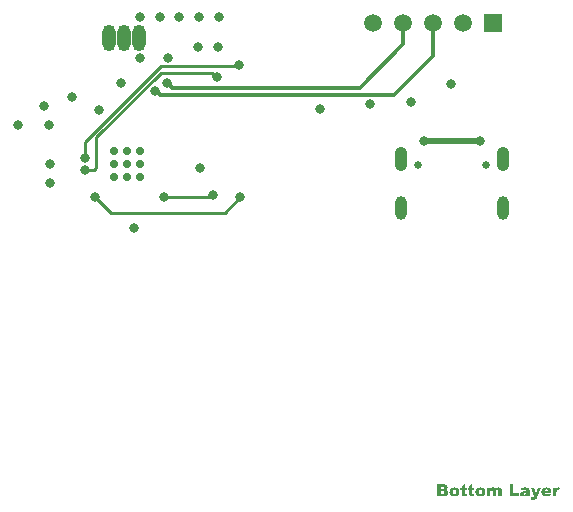
<source format=gbl>
G04*
G04 #@! TF.GenerationSoftware,Altium Limited,Altium Designer,24.0.1 (36)*
G04*
G04 Layer_Physical_Order=4*
G04 Layer_Color=16711680*
%FSLAX44Y44*%
%MOMM*%
G71*
G04*
G04 #@! TF.SameCoordinates,F64AAE0E-53C9-4E3E-96B2-16B86AA6748B*
G04*
G04*
G04 #@! TF.FilePolarity,Positive*
G04*
G01*
G75*
%ADD10C,0.2500*%
%ADD12C,0.3000*%
%ADD56C,0.5000*%
%ADD58R,1.5000X1.5000*%
%ADD59C,1.5000*%
%ADD60O,1.1080X2.2600*%
%ADD61C,0.6500*%
%ADD62O,1.0500X2.1000*%
%ADD63O,1.0000X2.0000*%
%ADD64C,0.8000*%
%ADD65C,0.7000*%
G36*
X482923Y-210566D02*
X483020Y-210580D01*
X483131Y-210594D01*
X483408Y-210636D01*
X483699Y-210719D01*
X484004Y-210844D01*
X484157Y-210927D01*
X484309Y-211024D01*
X484448Y-211135D01*
X484573Y-211260D01*
X484587Y-211274D01*
X484601Y-211288D01*
X484628Y-211329D01*
X484684Y-211399D01*
X484725Y-211468D01*
X484781Y-211565D01*
X484850Y-211676D01*
X484906Y-211801D01*
X484975Y-211939D01*
X485031Y-212106D01*
X485086Y-212286D01*
X485141Y-212480D01*
X485183Y-212702D01*
X485211Y-212924D01*
X485225Y-213188D01*
X485239Y-213451D01*
Y-218055D01*
X482423D01*
Y-213867D01*
Y-213839D01*
Y-213784D01*
X482409Y-213701D01*
X482396Y-213590D01*
X482340Y-213340D01*
X482299Y-213229D01*
X482229Y-213132D01*
X482215Y-213118D01*
X482174Y-213077D01*
X482118Y-213007D01*
X482035Y-212938D01*
X481924Y-212869D01*
X481813Y-212799D01*
X481674Y-212758D01*
X481522Y-212744D01*
X481439D01*
X481342Y-212758D01*
X481231Y-212785D01*
X481106Y-212827D01*
X480967Y-212896D01*
X480842Y-212980D01*
X480718Y-213104D01*
X480704Y-213118D01*
X480676Y-213174D01*
X480620Y-213257D01*
X480579Y-213382D01*
X480523Y-213548D01*
X480468Y-213742D01*
X480440Y-213992D01*
X480426Y-214269D01*
Y-218055D01*
X477611D01*
Y-214020D01*
Y-213992D01*
Y-213936D01*
Y-213853D01*
Y-213756D01*
X477583Y-213534D01*
X477569Y-213437D01*
X477556Y-213368D01*
Y-213354D01*
X477542Y-213326D01*
X477514Y-213271D01*
X477486Y-213201D01*
X477375Y-213063D01*
X477237Y-212924D01*
X477223Y-212910D01*
X477195Y-212896D01*
X477153Y-212869D01*
X477084Y-212827D01*
X476931Y-212771D01*
X476834Y-212758D01*
X476723Y-212744D01*
X476640D01*
X476557Y-212758D01*
X476446Y-212785D01*
X476307Y-212841D01*
X476183Y-212896D01*
X476044Y-212993D01*
X475919Y-213118D01*
X475905Y-213132D01*
X475877Y-213188D01*
X475822Y-213271D01*
X475766Y-213409D01*
X475711Y-213576D01*
X475656Y-213784D01*
X475628Y-214034D01*
X475614Y-214325D01*
Y-218055D01*
X472799D01*
Y-210719D01*
X475420D01*
Y-211787D01*
X475448Y-211773D01*
X475517Y-211690D01*
X475628Y-211565D01*
X475766Y-211426D01*
X475947Y-211274D01*
X476141Y-211107D01*
X476335Y-210969D01*
X476557Y-210844D01*
X476585Y-210830D01*
X476668Y-210802D01*
X476779Y-210747D01*
X476945Y-210691D01*
X477153Y-210650D01*
X477389Y-210594D01*
X477666Y-210566D01*
X477958Y-210553D01*
X478096D01*
X478263Y-210566D01*
X478457Y-210594D01*
X478679Y-210636D01*
X478915Y-210691D01*
X479137Y-210761D01*
X479344Y-210872D01*
X479372Y-210885D01*
X479428Y-210927D01*
X479525Y-210996D01*
X479636Y-211107D01*
X479774Y-211232D01*
X479913Y-211399D01*
X480052Y-211579D01*
X480177Y-211801D01*
X480191Y-211787D01*
X480204Y-211773D01*
X480288Y-211690D01*
X480412Y-211565D01*
X480579Y-211412D01*
X480759Y-211246D01*
X480967Y-211080D01*
X481175Y-210927D01*
X481383Y-210816D01*
X481411Y-210802D01*
X481480Y-210774D01*
X481591Y-210733D01*
X481758Y-210677D01*
X481952Y-210636D01*
X482174Y-210594D01*
X482437Y-210566D01*
X482728Y-210553D01*
X482839D01*
X482923Y-210566D01*
D02*
G37*
G36*
X533320D02*
X533487Y-210594D01*
X533695Y-210650D01*
X533931Y-210719D01*
X534180Y-210816D01*
X534458Y-210941D01*
X533584Y-212952D01*
X533556Y-212938D01*
X533501Y-212924D01*
X533417Y-212882D01*
X533293Y-212841D01*
X533043Y-212771D01*
X532918Y-212758D01*
X532793Y-212744D01*
X532696D01*
X532599Y-212771D01*
X532474Y-212799D01*
X532336Y-212855D01*
X532197Y-212938D01*
X532058Y-213049D01*
X531934Y-213201D01*
Y-213215D01*
X531920Y-213229D01*
X531892Y-213271D01*
X531864Y-213326D01*
X531836Y-213409D01*
X531795Y-213493D01*
X531753Y-213617D01*
X531726Y-213742D01*
X531684Y-213895D01*
X531642Y-214075D01*
X531601Y-214269D01*
X531573Y-214491D01*
X531545Y-214727D01*
X531517Y-214990D01*
X531504Y-215282D01*
Y-215601D01*
Y-218055D01*
X528674D01*
Y-210719D01*
X531309D01*
Y-211912D01*
X531323Y-211898D01*
X531351Y-211856D01*
X531379Y-211801D01*
X531448Y-211662D01*
X531545Y-211496D01*
X531670Y-211329D01*
X531795Y-211149D01*
X531934Y-210982D01*
X532086Y-210858D01*
X532100Y-210844D01*
X532155Y-210816D01*
X532239Y-210761D01*
X532363Y-210705D01*
X532502Y-210650D01*
X532682Y-210594D01*
X532877Y-210566D01*
X533085Y-210553D01*
X533195D01*
X533320Y-210566D01*
D02*
G37*
G36*
X515486Y-218555D02*
Y-218568D01*
X515458Y-218610D01*
X515430Y-218679D01*
X515402Y-218763D01*
X515361Y-218874D01*
X515305Y-218998D01*
X515167Y-219276D01*
X515014Y-219581D01*
X514848Y-219872D01*
X514667Y-220149D01*
X514570Y-220260D01*
X514473Y-220357D01*
X514459Y-220371D01*
X514445Y-220385D01*
X514390Y-220413D01*
X514334Y-220455D01*
X514251Y-220510D01*
X514168Y-220565D01*
X514043Y-220621D01*
X513918Y-220690D01*
X513766Y-220746D01*
X513600Y-220815D01*
X513419Y-220871D01*
X513225Y-220912D01*
X513003Y-220968D01*
X512767Y-220995D01*
X512518Y-221009D01*
X512240Y-221023D01*
X512060D01*
X511977Y-221009D01*
X511880D01*
X511783Y-220995D01*
X511658D01*
X511505Y-220982D01*
X511353Y-220968D01*
X511186Y-220954D01*
X511006Y-220940D01*
X510798Y-220912D01*
X510590Y-220884D01*
X510354Y-220857D01*
X510146Y-218887D01*
X510160D01*
X510174Y-218901D01*
X510257Y-218915D01*
X510368Y-218943D01*
X510535Y-218985D01*
X510743Y-219026D01*
X510965Y-219054D01*
X511214Y-219068D01*
X511492Y-219082D01*
X511575D01*
X511672Y-219068D01*
X511783Y-219054D01*
X511908Y-219026D01*
X512046Y-218985D01*
X512171Y-218929D01*
X512296Y-218846D01*
X512310Y-218832D01*
X512351Y-218804D01*
X512407Y-218749D01*
X512476Y-218666D01*
X512559Y-218555D01*
X512643Y-218416D01*
X512740Y-218249D01*
X512823Y-218055D01*
X509744Y-210719D01*
X512712D01*
X514224Y-215614D01*
X515638Y-210719D01*
X518412D01*
X515486Y-218555D01*
D02*
G37*
G36*
X505223Y-210566D02*
X505500D01*
X505833Y-210594D01*
X506166Y-210622D01*
X506499Y-210650D01*
X506804Y-210705D01*
X506846D01*
X506873Y-210719D01*
X506929Y-210733D01*
X507081Y-210774D01*
X507262Y-210830D01*
X507456Y-210913D01*
X507678Y-211010D01*
X507886Y-211135D01*
X508094Y-211288D01*
X508108Y-211301D01*
X508149Y-211343D01*
X508218Y-211412D01*
X508302Y-211523D01*
X508385Y-211648D01*
X508482Y-211801D01*
X508579Y-211967D01*
X508662Y-212175D01*
X508676Y-212203D01*
X508690Y-212272D01*
X508732Y-212383D01*
X508773Y-212522D01*
X508801Y-212688D01*
X508843Y-212869D01*
X508857Y-213063D01*
X508870Y-213257D01*
Y-216502D01*
Y-216530D01*
Y-216585D01*
Y-216682D01*
X508884Y-216793D01*
Y-216932D01*
X508898Y-217057D01*
X508912Y-217195D01*
X508926Y-217320D01*
Y-217334D01*
X508940Y-217376D01*
X508954Y-217431D01*
X508995Y-217514D01*
X509023Y-217625D01*
X509078Y-217750D01*
X509148Y-217903D01*
X509217Y-218055D01*
X506582D01*
Y-218041D01*
X506554Y-218014D01*
X506527Y-217958D01*
X506499Y-217903D01*
X506416Y-217750D01*
X506360Y-217625D01*
Y-217612D01*
Y-217598D01*
X506346Y-217556D01*
X506332Y-217514D01*
X506319Y-217445D01*
X506305Y-217362D01*
X506291Y-217265D01*
X506277Y-217154D01*
X506249Y-217182D01*
X506180Y-217237D01*
X506069Y-217334D01*
X505930Y-217445D01*
X505764Y-217584D01*
X505570Y-217709D01*
X505376Y-217820D01*
X505168Y-217917D01*
X505154D01*
X505140Y-217931D01*
X505098Y-217944D01*
X505029Y-217958D01*
X504959Y-217986D01*
X504876Y-218014D01*
X504668Y-218069D01*
X504419Y-218125D01*
X504127Y-218180D01*
X503795Y-218208D01*
X503434Y-218222D01*
X503309D01*
X503212Y-218208D01*
X503115D01*
X502976Y-218194D01*
X502685Y-218152D01*
X502366Y-218069D01*
X502033Y-217972D01*
X501714Y-217820D01*
X501576Y-217736D01*
X501437Y-217625D01*
X501423Y-217612D01*
X501409Y-217598D01*
X501326Y-217514D01*
X501229Y-217390D01*
X501104Y-217209D01*
X500979Y-216987D01*
X500868Y-216738D01*
X500785Y-216447D01*
X500771Y-216294D01*
X500757Y-216128D01*
Y-216114D01*
Y-216086D01*
Y-216044D01*
X500771Y-215989D01*
X500785Y-215836D01*
X500813Y-215642D01*
X500882Y-215420D01*
X500965Y-215185D01*
X501076Y-214963D01*
X501243Y-214755D01*
X501270Y-214727D01*
X501340Y-214671D01*
X501395Y-214616D01*
X501465Y-214574D01*
X501562Y-214519D01*
X501659Y-214450D01*
X501770Y-214380D01*
X501908Y-214325D01*
X502061Y-214255D01*
X502214Y-214186D01*
X502408Y-214117D01*
X502602Y-214061D01*
X502824Y-214006D01*
X503060Y-213950D01*
X503073D01*
X503129Y-213936D01*
X503212Y-213923D01*
X503323Y-213895D01*
X503448Y-213867D01*
X503587Y-213839D01*
X503919Y-213770D01*
X504266Y-213701D01*
X504599Y-213631D01*
X504765Y-213590D01*
X504904Y-213562D01*
X505029Y-213534D01*
X505126Y-213507D01*
X505154D01*
X505209Y-213479D01*
X505306Y-213451D01*
X505431Y-213409D01*
X505583Y-213354D01*
X505750Y-213298D01*
X505930Y-213229D01*
X506124Y-213160D01*
Y-213132D01*
Y-213077D01*
X506110Y-212980D01*
X506097Y-212882D01*
X506069Y-212758D01*
X506027Y-212633D01*
X505972Y-212536D01*
X505902Y-212439D01*
X505889Y-212425D01*
X505861Y-212411D01*
X505805Y-212369D01*
X505722Y-212328D01*
X505625Y-212300D01*
X505486Y-212258D01*
X505334Y-212244D01*
X505140Y-212231D01*
X505029D01*
X504904Y-212244D01*
X504751Y-212258D01*
X504585Y-212286D01*
X504405Y-212328D01*
X504238Y-212383D01*
X504100Y-212453D01*
X504086Y-212466D01*
X504058Y-212494D01*
X504002Y-212536D01*
X503947Y-212605D01*
X503878Y-212688D01*
X503808Y-212799D01*
X503739Y-212938D01*
X503670Y-213104D01*
X500979Y-212813D01*
Y-212799D01*
X500993Y-212785D01*
X501007Y-212702D01*
X501035Y-212577D01*
X501090Y-212411D01*
X501146Y-212244D01*
X501215Y-212064D01*
X501312Y-211884D01*
X501409Y-211717D01*
X501423Y-211704D01*
X501465Y-211648D01*
X501534Y-211565D01*
X501617Y-211468D01*
X501742Y-211357D01*
X501881Y-211246D01*
X502047Y-211121D01*
X502241Y-211010D01*
X502255Y-210996D01*
X502311Y-210969D01*
X502394Y-210927D01*
X502519Y-210885D01*
X502671Y-210830D01*
X502851Y-210774D01*
X503073Y-210719D01*
X503309Y-210677D01*
X503337D01*
X503378Y-210664D01*
X503434D01*
X503573Y-210636D01*
X503753Y-210608D01*
X503961Y-210594D01*
X504211Y-210566D01*
X504488Y-210553D01*
X505098D01*
X505223Y-210566D01*
D02*
G37*
G36*
X494988Y-215559D02*
X499870D01*
Y-218055D01*
X491854D01*
Y-207917D01*
X494988D01*
Y-215559D01*
D02*
G37*
G36*
X436602Y-207931D02*
X436727Y-207945D01*
X436866Y-207959D01*
X437032Y-207973D01*
X437198Y-208015D01*
X437559Y-208098D01*
X437934Y-208223D01*
X438114Y-208306D01*
X438294Y-208403D01*
X438461Y-208528D01*
X438613Y-208653D01*
X438627Y-208666D01*
X438641Y-208680D01*
X438682Y-208722D01*
X438738Y-208777D01*
X438793Y-208847D01*
X438863Y-208944D01*
X439015Y-209152D01*
X439154Y-209415D01*
X439279Y-209720D01*
X439334Y-209887D01*
X439376Y-210067D01*
X439390Y-210261D01*
X439403Y-210455D01*
Y-210469D01*
Y-210497D01*
Y-210539D01*
X439390Y-210608D01*
Y-210677D01*
X439376Y-210774D01*
X439334Y-210982D01*
X439265Y-211218D01*
X439168Y-211482D01*
X439029Y-211745D01*
X438835Y-211995D01*
X438821Y-212009D01*
X438766Y-212064D01*
X438682Y-212147D01*
X438558Y-212244D01*
X438405Y-212355D01*
X438225Y-212466D01*
X438003Y-212577D01*
X437753Y-212674D01*
X437767D01*
X437795Y-212688D01*
X437850Y-212702D01*
X437934Y-212730D01*
X438017Y-212758D01*
X438128Y-212785D01*
X438363Y-212882D01*
X438613Y-213007D01*
X438876Y-213160D01*
X439126Y-213354D01*
X439348Y-213576D01*
Y-213590D01*
X439376Y-213604D01*
X439403Y-213645D01*
X439431Y-213687D01*
X439515Y-213825D01*
X439612Y-214020D01*
X439709Y-214255D01*
X439792Y-214519D01*
X439847Y-214838D01*
X439875Y-215185D01*
Y-215198D01*
Y-215212D01*
Y-215254D01*
Y-215309D01*
X439861Y-215462D01*
X439833Y-215656D01*
X439778Y-215864D01*
X439723Y-216114D01*
X439625Y-216350D01*
X439501Y-216599D01*
X439487Y-216627D01*
X439431Y-216696D01*
X439348Y-216821D01*
X439237Y-216960D01*
X439098Y-217112D01*
X438932Y-217279D01*
X438724Y-217445D01*
X438502Y-217598D01*
X438488Y-217612D01*
X438433Y-217639D01*
X438336Y-217667D01*
X438197Y-217722D01*
X438031Y-217778D01*
X437836Y-217833D01*
X437587Y-217889D01*
X437309Y-217931D01*
X437268D01*
X437212Y-217944D01*
X437143D01*
X437060Y-217958D01*
X436963Y-217972D01*
X436741Y-217986D01*
X436505Y-218014D01*
X436269Y-218041D01*
X436075Y-218055D01*
X430500D01*
Y-207917D01*
X436505D01*
X436602Y-207931D01*
D02*
G37*
G36*
X523266Y-210566D02*
X523391D01*
X523543Y-210580D01*
X523723Y-210594D01*
X523904Y-210608D01*
X524292Y-210677D01*
X524708Y-210761D01*
X525110Y-210872D01*
X525304Y-210955D01*
X525485Y-211038D01*
X525499D01*
X525526Y-211066D01*
X525568Y-211093D01*
X525637Y-211121D01*
X525804Y-211232D01*
X525998Y-211385D01*
X526220Y-211579D01*
X526455Y-211815D01*
X526677Y-212106D01*
X526871Y-212425D01*
Y-212439D01*
X526899Y-212466D01*
X526913Y-212522D01*
X526955Y-212591D01*
X526982Y-212674D01*
X527024Y-212785D01*
X527066Y-212910D01*
X527121Y-213063D01*
X527163Y-213215D01*
X527204Y-213396D01*
X527246Y-213590D01*
X527288Y-213798D01*
X527315Y-214020D01*
X527343Y-214269D01*
X527357Y-214519D01*
Y-214782D01*
Y-215088D01*
X521712D01*
Y-215101D01*
Y-215115D01*
X521726Y-215198D01*
X521754Y-215323D01*
X521782Y-215462D01*
X521837Y-215628D01*
X521893Y-215795D01*
X521976Y-215961D01*
X522073Y-216100D01*
X522087Y-216114D01*
X522142Y-216169D01*
X522239Y-216252D01*
X522364Y-216336D01*
X522517Y-216419D01*
X522697Y-216502D01*
X522905Y-216558D01*
X523141Y-216571D01*
X523210D01*
X523293Y-216558D01*
X523391Y-216544D01*
X523515Y-216530D01*
X523654Y-216488D01*
X523793Y-216447D01*
X523931Y-216377D01*
X523945Y-216363D01*
X523973Y-216350D01*
X524015Y-216322D01*
X524084Y-216266D01*
X524153Y-216197D01*
X524236Y-216114D01*
X524334Y-216017D01*
X524431Y-215906D01*
X527204Y-216155D01*
X527191Y-216169D01*
X527177Y-216197D01*
X527135Y-216266D01*
X527093Y-216336D01*
X527024Y-216433D01*
X526955Y-216530D01*
X526774Y-216766D01*
X526553Y-217029D01*
X526289Y-217293D01*
X525984Y-217542D01*
X525831Y-217653D01*
X525665Y-217750D01*
X525651D01*
X525623Y-217764D01*
X525568Y-217792D01*
X525499Y-217820D01*
X525401Y-217861D01*
X525290Y-217903D01*
X525152Y-217944D01*
X524999Y-217986D01*
X524833Y-218028D01*
X524639Y-218069D01*
X524431Y-218111D01*
X524195Y-218152D01*
X523945Y-218180D01*
X523682Y-218208D01*
X523391Y-218222D01*
X522850D01*
X522725Y-218208D01*
X522586Y-218194D01*
X522420D01*
X522253Y-218166D01*
X521879Y-218125D01*
X521504Y-218055D01*
X521130Y-217958D01*
X520950Y-217889D01*
X520783Y-217820D01*
X520769D01*
X520742Y-217806D01*
X520700Y-217778D01*
X520645Y-217736D01*
X520492Y-217639D01*
X520298Y-217501D01*
X520076Y-217320D01*
X519854Y-217098D01*
X519618Y-216821D01*
X519396Y-216516D01*
Y-216502D01*
X519369Y-216474D01*
X519341Y-216419D01*
X519313Y-216350D01*
X519272Y-216266D01*
X519230Y-216169D01*
X519175Y-216044D01*
X519133Y-215920D01*
X519077Y-215767D01*
X519022Y-215601D01*
X518939Y-215240D01*
X518883Y-214838D01*
X518856Y-214408D01*
Y-214394D01*
Y-214325D01*
X518869Y-214242D01*
Y-214117D01*
X518883Y-213978D01*
X518911Y-213812D01*
X518953Y-213617D01*
X518994Y-213409D01*
X519050Y-213201D01*
X519119Y-212966D01*
X519216Y-212744D01*
X519313Y-212508D01*
X519438Y-212272D01*
X519591Y-212050D01*
X519757Y-211828D01*
X519951Y-211620D01*
X519965Y-211607D01*
X520007Y-211579D01*
X520062Y-211523D01*
X520159Y-211454D01*
X520270Y-211371D01*
X520395Y-211288D01*
X520561Y-211190D01*
X520742Y-211080D01*
X520950Y-210982D01*
X521172Y-210885D01*
X521435Y-210802D01*
X521699Y-210719D01*
X521990Y-210650D01*
X522309Y-210594D01*
X522642Y-210566D01*
X523002Y-210553D01*
X523155D01*
X523266Y-210566D01*
D02*
G37*
G36*
X467390D02*
X467542D01*
X467723Y-210594D01*
X467945Y-210622D01*
X468167Y-210664D01*
X468430Y-210719D01*
X468694Y-210788D01*
X468957Y-210872D01*
X469234Y-210969D01*
X469512Y-211093D01*
X469789Y-211246D01*
X470039Y-211412D01*
X470288Y-211620D01*
X470510Y-211842D01*
X470524Y-211856D01*
X470552Y-211884D01*
X470593Y-211953D01*
X470649Y-212023D01*
X470718Y-212120D01*
X470802Y-212244D01*
X470885Y-212383D01*
X470968Y-212536D01*
X471051Y-212716D01*
X471134Y-212910D01*
X471218Y-213118D01*
X471287Y-213340D01*
X471342Y-213576D01*
X471384Y-213825D01*
X471412Y-214089D01*
X471426Y-214366D01*
Y-214380D01*
Y-214436D01*
X471412Y-214533D01*
Y-214644D01*
X471398Y-214796D01*
X471370Y-214963D01*
X471329Y-215157D01*
X471287Y-215351D01*
X471218Y-215573D01*
X471148Y-215795D01*
X471051Y-216031D01*
X470940Y-216266D01*
X470815Y-216488D01*
X470663Y-216724D01*
X470483Y-216946D01*
X470288Y-217154D01*
X470275Y-217168D01*
X470233Y-217195D01*
X470177Y-217251D01*
X470080Y-217320D01*
X469969Y-217404D01*
X469831Y-217487D01*
X469664Y-217584D01*
X469484Y-217681D01*
X469276Y-217792D01*
X469040Y-217889D01*
X468777Y-217972D01*
X468499Y-218055D01*
X468208Y-218125D01*
X467889Y-218180D01*
X467542Y-218208D01*
X467182Y-218222D01*
X467015D01*
X466891Y-218208D01*
X466738Y-218194D01*
X466558Y-218180D01*
X466364Y-218152D01*
X466156Y-218111D01*
X465698Y-218000D01*
X465462Y-217931D01*
X465227Y-217847D01*
X464977Y-217750D01*
X464755Y-217625D01*
X464519Y-217487D01*
X464311Y-217334D01*
X464297Y-217320D01*
X464256Y-217279D01*
X464186Y-217223D01*
X464103Y-217126D01*
X464006Y-217015D01*
X463895Y-216890D01*
X463770Y-216724D01*
X463646Y-216558D01*
X463521Y-216350D01*
X463396Y-216128D01*
X463285Y-215892D01*
X463188Y-215628D01*
X463105Y-215351D01*
X463035Y-215060D01*
X462994Y-214741D01*
X462980Y-214408D01*
Y-214394D01*
Y-214339D01*
X462994Y-214242D01*
Y-214131D01*
X463021Y-213992D01*
X463035Y-213825D01*
X463077Y-213631D01*
X463119Y-213437D01*
X463174Y-213215D01*
X463257Y-212993D01*
X463340Y-212771D01*
X463451Y-212536D01*
X463576Y-212300D01*
X463729Y-212078D01*
X463909Y-211856D01*
X464103Y-211648D01*
X464117Y-211634D01*
X464159Y-211607D01*
X464228Y-211551D01*
X464311Y-211482D01*
X464422Y-211399D01*
X464561Y-211301D01*
X464727Y-211204D01*
X464921Y-211093D01*
X465129Y-210996D01*
X465351Y-210899D01*
X465615Y-210802D01*
X465878Y-210719D01*
X466183Y-210650D01*
X466488Y-210594D01*
X466821Y-210566D01*
X467182Y-210553D01*
X467279D01*
X467390Y-210566D01*
D02*
G37*
G36*
X460442Y-210719D02*
X461995D01*
Y-212785D01*
X460442D01*
Y-215379D01*
Y-215393D01*
Y-215448D01*
Y-215531D01*
X460456Y-215628D01*
X460484Y-215836D01*
X460497Y-215933D01*
X460525Y-216003D01*
X460539Y-216017D01*
X460553Y-216031D01*
X460594Y-216072D01*
X460636Y-216114D01*
X460705Y-216155D01*
X460789Y-216183D01*
X460886Y-216211D01*
X461011Y-216225D01*
X461066D01*
X461135Y-216211D01*
X461232Y-216197D01*
X461357Y-216183D01*
X461510Y-216155D01*
X461690Y-216114D01*
X461884Y-216058D01*
X462092Y-218000D01*
X462078D01*
X462051Y-218014D01*
X461995D01*
X461912Y-218028D01*
X461815Y-218055D01*
X461718Y-218069D01*
X461593Y-218083D01*
X461454Y-218111D01*
X461149Y-218152D01*
X460816Y-218180D01*
X460484Y-218208D01*
X460137Y-218222D01*
X459970D01*
X459887Y-218208D01*
X459776D01*
X459554Y-218194D01*
X459305Y-218152D01*
X459055Y-218111D01*
X458805Y-218041D01*
X458597Y-217958D01*
X458570Y-217944D01*
X458514Y-217903D01*
X458431Y-217847D01*
X458320Y-217764D01*
X458195Y-217639D01*
X458070Y-217501D01*
X457959Y-217348D01*
X457862Y-217154D01*
X457849Y-217126D01*
X457821Y-217043D01*
X457807Y-216987D01*
X457793Y-216918D01*
X457765Y-216821D01*
X457751Y-216724D01*
X457724Y-216599D01*
X457696Y-216474D01*
X457682Y-216322D01*
X457668Y-216169D01*
X457654Y-215989D01*
X457640Y-215795D01*
X457627Y-215587D01*
Y-215365D01*
Y-212785D01*
X456586D01*
Y-210719D01*
X457627D01*
Y-209374D01*
X460442Y-207917D01*
Y-210719D01*
D02*
G37*
G36*
X454160D02*
X455713D01*
Y-212785D01*
X454160D01*
Y-215379D01*
Y-215393D01*
Y-215448D01*
Y-215531D01*
X454173Y-215628D01*
X454201Y-215836D01*
X454215Y-215933D01*
X454243Y-216003D01*
X454257Y-216017D01*
X454270Y-216031D01*
X454312Y-216072D01*
X454354Y-216114D01*
X454423Y-216155D01*
X454506Y-216183D01*
X454603Y-216211D01*
X454728Y-216225D01*
X454784D01*
X454853Y-216211D01*
X454950Y-216197D01*
X455075Y-216183D01*
X455227Y-216155D01*
X455408Y-216114D01*
X455602Y-216058D01*
X455810Y-218000D01*
X455796D01*
X455768Y-218014D01*
X455713D01*
X455630Y-218028D01*
X455532Y-218055D01*
X455435Y-218069D01*
X455311Y-218083D01*
X455172Y-218111D01*
X454867Y-218152D01*
X454534Y-218180D01*
X454201Y-218208D01*
X453854Y-218222D01*
X453688D01*
X453605Y-218208D01*
X453494D01*
X453272Y-218194D01*
X453022Y-218152D01*
X452773Y-218111D01*
X452523Y-218041D01*
X452315Y-217958D01*
X452287Y-217944D01*
X452232Y-217903D01*
X452149Y-217847D01*
X452038Y-217764D01*
X451913Y-217639D01*
X451788Y-217501D01*
X451677Y-217348D01*
X451580Y-217154D01*
X451566Y-217126D01*
X451538Y-217043D01*
X451525Y-216987D01*
X451511Y-216918D01*
X451483Y-216821D01*
X451469Y-216724D01*
X451441Y-216599D01*
X451413Y-216474D01*
X451400Y-216322D01*
X451386Y-216169D01*
X451372Y-215989D01*
X451358Y-215795D01*
X451344Y-215587D01*
Y-215365D01*
Y-212785D01*
X450304D01*
Y-210719D01*
X451344D01*
Y-209374D01*
X454160Y-207917D01*
Y-210719D01*
D02*
G37*
G36*
X445381Y-210566D02*
X445533D01*
X445714Y-210594D01*
X445936Y-210622D01*
X446157Y-210664D01*
X446421Y-210719D01*
X446684Y-210788D01*
X446948Y-210872D01*
X447225Y-210969D01*
X447503Y-211093D01*
X447780Y-211246D01*
X448030Y-211412D01*
X448279Y-211620D01*
X448501Y-211842D01*
X448515Y-211856D01*
X448543Y-211884D01*
X448584Y-211953D01*
X448640Y-212023D01*
X448709Y-212120D01*
X448792Y-212244D01*
X448876Y-212383D01*
X448959Y-212536D01*
X449042Y-212716D01*
X449125Y-212910D01*
X449208Y-213118D01*
X449278Y-213340D01*
X449333Y-213576D01*
X449375Y-213825D01*
X449403Y-214089D01*
X449417Y-214366D01*
Y-214380D01*
Y-214436D01*
X449403Y-214533D01*
Y-214644D01*
X449389Y-214796D01*
X449361Y-214963D01*
X449319Y-215157D01*
X449278Y-215351D01*
X449208Y-215573D01*
X449139Y-215795D01*
X449042Y-216031D01*
X448931Y-216266D01*
X448806Y-216488D01*
X448654Y-216724D01*
X448473Y-216946D01*
X448279Y-217154D01*
X448265Y-217168D01*
X448224Y-217195D01*
X448168Y-217251D01*
X448071Y-217320D01*
X447960Y-217404D01*
X447822Y-217487D01*
X447655Y-217584D01*
X447475Y-217681D01*
X447267Y-217792D01*
X447031Y-217889D01*
X446768Y-217972D01*
X446490Y-218055D01*
X446199Y-218125D01*
X445880Y-218180D01*
X445533Y-218208D01*
X445173Y-218222D01*
X445006D01*
X444882Y-218208D01*
X444729Y-218194D01*
X444549Y-218180D01*
X444355Y-218152D01*
X444146Y-218111D01*
X443689Y-218000D01*
X443453Y-217931D01*
X443217Y-217847D01*
X442968Y-217750D01*
X442746Y-217625D01*
X442510Y-217487D01*
X442302Y-217334D01*
X442288Y-217320D01*
X442247Y-217279D01*
X442177Y-217223D01*
X442094Y-217126D01*
X441997Y-217015D01*
X441886Y-216890D01*
X441761Y-216724D01*
X441636Y-216558D01*
X441511Y-216350D01*
X441387Y-216128D01*
X441276Y-215892D01*
X441179Y-215628D01*
X441096Y-215351D01*
X441026Y-215060D01*
X440984Y-214741D01*
X440971Y-214408D01*
Y-214394D01*
Y-214339D01*
X440984Y-214242D01*
Y-214131D01*
X441012Y-213992D01*
X441026Y-213825D01*
X441068Y-213631D01*
X441109Y-213437D01*
X441165Y-213215D01*
X441248Y-212993D01*
X441331Y-212771D01*
X441442Y-212536D01*
X441567Y-212300D01*
X441720Y-212078D01*
X441900Y-211856D01*
X442094Y-211648D01*
X442108Y-211634D01*
X442150Y-211607D01*
X442219Y-211551D01*
X442302Y-211482D01*
X442413Y-211399D01*
X442552Y-211301D01*
X442718Y-211204D01*
X442912Y-211093D01*
X443120Y-210996D01*
X443342Y-210899D01*
X443606Y-210802D01*
X443869Y-210719D01*
X444174Y-210650D01*
X444479Y-210594D01*
X444812Y-210566D01*
X445173Y-210553D01*
X445270D01*
X445381Y-210566D01*
D02*
G37*
%LPC*%
G36*
X506124Y-214574D02*
X506097Y-214588D01*
X506027Y-214602D01*
X505902Y-214644D01*
X505750Y-214699D01*
X505570Y-214755D01*
X505362Y-214824D01*
X505140Y-214879D01*
X504904Y-214949D01*
X504890D01*
X504862Y-214963D01*
X504821Y-214977D01*
X504765Y-214990D01*
X504613Y-215032D01*
X504446Y-215088D01*
X504252Y-215157D01*
X504072Y-215226D01*
X503919Y-215309D01*
X503864Y-215351D01*
X503808Y-215393D01*
X503795Y-215406D01*
X503767Y-215434D01*
X503739Y-215476D01*
X503697Y-215545D01*
X503614Y-215698D01*
X503587Y-215795D01*
X503573Y-215906D01*
Y-215920D01*
Y-215961D01*
X503587Y-216017D01*
X503600Y-216100D01*
X503628Y-216183D01*
X503670Y-216280D01*
X503725Y-216363D01*
X503795Y-216447D01*
X503808Y-216460D01*
X503836Y-216474D01*
X503892Y-216516D01*
X503975Y-216544D01*
X504072Y-216585D01*
X504183Y-216627D01*
X504322Y-216641D01*
X504488Y-216655D01*
X504571D01*
X504654Y-216641D01*
X504779Y-216627D01*
X504904Y-216599D01*
X505056Y-216558D01*
X505209Y-216502D01*
X505362Y-216433D01*
X505376Y-216419D01*
X505431Y-216391D01*
X505500Y-216350D01*
X505597Y-216280D01*
X505681Y-216197D01*
X505778Y-216114D01*
X505875Y-216003D01*
X505944Y-215892D01*
X505958Y-215878D01*
X505972Y-215836D01*
X506000Y-215753D01*
X506041Y-215656D01*
X506069Y-215531D01*
X506097Y-215393D01*
X506110Y-215226D01*
X506124Y-215032D01*
Y-214574D01*
D02*
G37*
G36*
X435049Y-209970D02*
X433662D01*
Y-211898D01*
X435146D01*
X435271Y-211884D01*
X435423Y-211870D01*
X435590Y-211842D01*
X435770Y-211787D01*
X435923Y-211731D01*
X436047Y-211648D01*
X436061Y-211634D01*
X436089Y-211607D01*
X436144Y-211537D01*
X436200Y-211468D01*
X436241Y-211357D01*
X436297Y-211232D01*
X436325Y-211080D01*
X436339Y-210913D01*
Y-210899D01*
Y-210844D01*
X436325Y-210761D01*
X436297Y-210664D01*
X436269Y-210553D01*
X436214Y-210428D01*
X436144Y-210317D01*
X436047Y-210220D01*
X436034Y-210206D01*
X435992Y-210178D01*
X435923Y-210137D01*
X435812Y-210095D01*
X435673Y-210053D01*
X435507Y-210012D01*
X435299Y-209984D01*
X435049Y-209970D01*
D02*
G37*
G36*
X435257Y-213825D02*
X433662D01*
Y-215878D01*
X435396D01*
X435534Y-215864D01*
X435714Y-215836D01*
X435895Y-215809D01*
X436089Y-215767D01*
X436269Y-215698D01*
X436408Y-215601D01*
X436422Y-215587D01*
X436463Y-215545D01*
X436519Y-215476D01*
X436574Y-215393D01*
X436630Y-215282D01*
X436685Y-215143D01*
X436727Y-214990D01*
X436741Y-214824D01*
Y-214810D01*
Y-214755D01*
X436727Y-214671D01*
X436699Y-214561D01*
X436658Y-214450D01*
X436602Y-214339D01*
X436519Y-214214D01*
X436408Y-214103D01*
X436394Y-214089D01*
X436339Y-214061D01*
X436255Y-214020D01*
X436144Y-213964D01*
X435978Y-213909D01*
X435784Y-213867D01*
X435548Y-213839D01*
X435257Y-213825D01*
D02*
G37*
G36*
X523113Y-212217D02*
X523085D01*
X523002Y-212231D01*
X522877Y-212244D01*
X522725Y-212286D01*
X522558Y-212342D01*
X522378Y-212439D01*
X522212Y-212577D01*
X522045Y-212758D01*
X522031Y-212771D01*
X522004Y-212813D01*
X521962Y-212896D01*
X521907Y-213007D01*
X521851Y-213146D01*
X521796Y-213312D01*
X521740Y-213507D01*
X521712Y-213742D01*
X524500D01*
Y-213728D01*
Y-213701D01*
X524486Y-213659D01*
Y-213604D01*
X524458Y-213465D01*
X524417Y-213285D01*
X524361Y-213104D01*
X524278Y-212910D01*
X524181Y-212730D01*
X524056Y-212577D01*
X524042Y-212563D01*
X523987Y-212522D01*
X523918Y-212466D01*
X523807Y-212397D01*
X523668Y-212328D01*
X523502Y-212272D01*
X523321Y-212231D01*
X523113Y-212217D01*
D02*
G37*
G36*
X467210Y-212494D02*
X467182D01*
X467113Y-212508D01*
X467002Y-212522D01*
X466849Y-212550D01*
X466697Y-212619D01*
X466530Y-212702D01*
X466350Y-212813D01*
X466197Y-212980D01*
X466183Y-213007D01*
X466142Y-213063D01*
X466072Y-213174D01*
X466003Y-213340D01*
X465920Y-213534D01*
X465864Y-213784D01*
X465809Y-214075D01*
X465795Y-214408D01*
Y-214422D01*
Y-214450D01*
Y-214505D01*
Y-214574D01*
X465809Y-214644D01*
X465823Y-214741D01*
X465851Y-214963D01*
X465892Y-215198D01*
X465961Y-215434D01*
X466059Y-215670D01*
X466183Y-215864D01*
X466197Y-215878D01*
X466253Y-215933D01*
X466350Y-216003D01*
X466461Y-216086D01*
X466613Y-216183D01*
X466780Y-216252D01*
X466974Y-216308D01*
X467196Y-216322D01*
X467224D01*
X467293Y-216308D01*
X467404Y-216294D01*
X467556Y-216266D01*
X467709Y-216211D01*
X467875Y-216128D01*
X468042Y-216017D01*
X468194Y-215864D01*
X468208Y-215836D01*
X468264Y-215781D01*
X468319Y-215670D01*
X468402Y-215504D01*
X468472Y-215296D01*
X468541Y-215046D01*
X468583Y-214741D01*
X468596Y-214380D01*
Y-214366D01*
Y-214339D01*
Y-214283D01*
Y-214228D01*
X468583Y-214061D01*
X468541Y-213853D01*
X468499Y-213617D01*
X468430Y-213382D01*
X468333Y-213160D01*
X468194Y-212966D01*
X468180Y-212952D01*
X468125Y-212896D01*
X468042Y-212813D01*
X467917Y-212730D01*
X467778Y-212647D01*
X467612Y-212563D01*
X467418Y-212508D01*
X467210Y-212494D01*
D02*
G37*
G36*
X445201D02*
X445173D01*
X445103Y-212508D01*
X444992Y-212522D01*
X444840Y-212550D01*
X444687Y-212619D01*
X444521Y-212702D01*
X444341Y-212813D01*
X444188Y-212980D01*
X444174Y-213007D01*
X444133Y-213063D01*
X444063Y-213174D01*
X443994Y-213340D01*
X443911Y-213534D01*
X443855Y-213784D01*
X443800Y-214075D01*
X443786Y-214408D01*
Y-214422D01*
Y-214450D01*
Y-214505D01*
Y-214574D01*
X443800Y-214644D01*
X443814Y-214741D01*
X443841Y-214963D01*
X443883Y-215198D01*
X443952Y-215434D01*
X444049Y-215670D01*
X444174Y-215864D01*
X444188Y-215878D01*
X444244Y-215933D01*
X444341Y-216003D01*
X444452Y-216086D01*
X444604Y-216183D01*
X444771Y-216252D01*
X444965Y-216308D01*
X445187Y-216322D01*
X445214D01*
X445284Y-216308D01*
X445395Y-216294D01*
X445547Y-216266D01*
X445700Y-216211D01*
X445866Y-216128D01*
X446033Y-216017D01*
X446185Y-215864D01*
X446199Y-215836D01*
X446255Y-215781D01*
X446310Y-215670D01*
X446393Y-215504D01*
X446463Y-215296D01*
X446532Y-215046D01*
X446573Y-214741D01*
X446587Y-214380D01*
Y-214366D01*
Y-214339D01*
Y-214283D01*
Y-214228D01*
X446573Y-214061D01*
X446532Y-213853D01*
X446490Y-213617D01*
X446421Y-213382D01*
X446324Y-213160D01*
X446185Y-212966D01*
X446171Y-212952D01*
X446116Y-212896D01*
X446033Y-212813D01*
X445908Y-212730D01*
X445769Y-212647D01*
X445603Y-212563D01*
X445409Y-212508D01*
X445201Y-212494D01*
D02*
G37*
%LPD*%
D10*
X243312Y137000D02*
X244000D01*
X239785Y140527D02*
X243312Y137000D01*
X196527Y140527D02*
X239785D01*
X132000Y58000D02*
X140000D01*
X142000Y60000D01*
Y86000D01*
X196527Y140527D01*
X196482Y146226D02*
X262226D01*
X132000Y81744D02*
X196482Y146226D01*
X262226D02*
X263000Y147000D01*
X132000Y68000D02*
Y81744D01*
X237512Y35000D02*
X239512Y37000D01*
X199000Y35000D02*
X237512D01*
X239512Y37000D02*
X241000D01*
X251000Y22000D02*
X264000Y35000D01*
X154000Y22000D02*
X251000D01*
X141000Y35000D02*
X154000Y22000D01*
D12*
X365000Y128000D02*
X401600Y164600D01*
X206257Y128000D02*
X365000D01*
X401600Y164600D02*
Y183000D01*
X394000Y122000D02*
X427000Y155000D01*
X196257Y122000D02*
X394000D01*
X427000Y155000D02*
Y183000D01*
X202000Y132000D02*
X202257D01*
X206257Y128000D01*
X192000Y125000D02*
X193257D01*
X196257Y122000D01*
D56*
X419000Y83000D02*
X467000D01*
D58*
X477800Y183000D02*
D03*
D59*
X452400D02*
D03*
X427000D02*
D03*
X401600D02*
D03*
X376200D02*
D03*
D60*
X152400Y170099D02*
D03*
X177800D02*
D03*
X165100D02*
D03*
D61*
X414100Y62800D02*
D03*
X471900D02*
D03*
D62*
X486200Y67800D02*
D03*
X399800D02*
D03*
D63*
X486200Y26000D02*
D03*
X399800D02*
D03*
D64*
X331375Y110000D02*
D03*
X228375Y162000D02*
D03*
X202771Y153000D02*
D03*
X245500Y188000D02*
D03*
X228875D02*
D03*
X179000D02*
D03*
Y153000D02*
D03*
X195625Y188000D02*
D03*
X212250D02*
D03*
X245000Y162000D02*
D03*
X98000Y112000D02*
D03*
X101541Y96000D02*
D03*
X76000D02*
D03*
X102500Y62900D02*
D03*
X244000Y137000D02*
D03*
X192000Y125000D02*
D03*
X202000Y132000D02*
D03*
X263000Y147000D02*
D03*
X374000Y114000D02*
D03*
X408000Y116000D02*
D03*
X442000Y131000D02*
D03*
X162950Y131950D02*
D03*
X144000Y109000D02*
D03*
X121000Y119900D02*
D03*
X174000Y9000D02*
D03*
X241000Y37000D02*
D03*
X229400Y60000D02*
D03*
X199000Y35000D02*
D03*
X102500Y47100D02*
D03*
X264000Y35000D02*
D03*
X141000Y35000D02*
D03*
X467000Y83000D02*
D03*
X419000D02*
D03*
X132000Y58000D02*
D03*
Y68000D02*
D03*
D65*
X157000Y74000D02*
D03*
X168000D02*
D03*
X179000D02*
D03*
X157000Y63000D02*
D03*
X168000D02*
D03*
X179000D02*
D03*
X157000Y52000D02*
D03*
X168000D02*
D03*
X179000D02*
D03*
M02*

</source>
